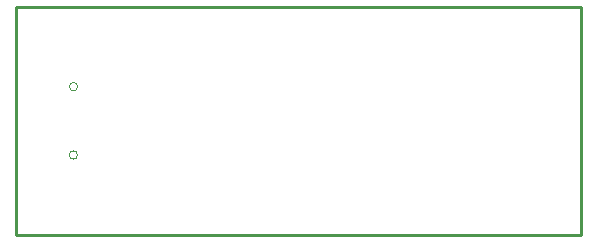
<source format=gko>
G04*
G04 #@! TF.GenerationSoftware,Altium Limited,Altium Designer,21.1.1 (26)*
G04*
G04 Layer_Color=16711935*
%FSLAX44Y44*%
%MOMM*%
G71*
G04*
G04 #@! TF.SameCoordinates,6E758193-3902-4676-B705-CF05A6FE81D6*
G04*
G04*
G04 #@! TF.FilePolarity,Positive*
G04*
G01*
G75*
%ADD28C,0.2540*%
%ADD32C,0.0762*%
D28*
X1215390Y427990D02*
Y621030D01*
Y427990D02*
X1694180D01*
Y621030D01*
X1215390D02*
X1694180D01*
D32*
X1267836Y553320D02*
G03*
X1267836Y553320I-3556J0D01*
G01*
X1267736Y495520D02*
G03*
X1267736Y495520I-3556J0D01*
G01*
M02*

</source>
